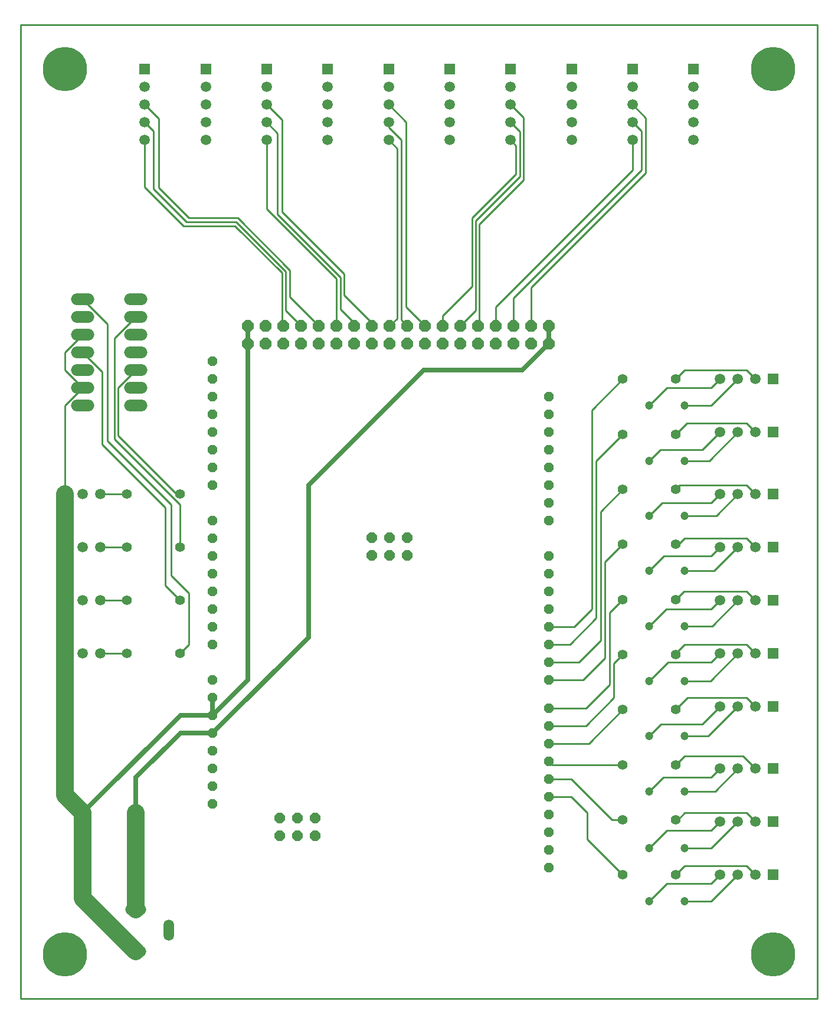
<source format=gtl>
G04 Layer_Physical_Order=1*
G04 Layer_Color=255*
%FSLAX25Y25*%
%MOIN*%
G70*
G01*
G75*
%ADD10C,0.01000*%
%ADD11C,0.02500*%
%ADD12C,0.10000*%
%ADD13C,0.00000*%
%ADD14C,0.05512*%
%ADD15C,0.04724*%
%ADD16R,0.04724X0.04724*%
%ADD17O,0.13200X0.06600*%
%ADD18P,0.07144X8X202.5*%
%ADD19P,0.06605X8X202.5*%
%ADD20P,0.06061X8X202.5*%
%ADD21C,0.25000*%
%ADD22R,0.05905X0.05905*%
%ADD23C,0.05905*%
%ADD24R,0.05905X0.05905*%
%ADD25O,0.05937X0.11874*%
%ADD26O,0.11874X0.05937*%
D10*
X320555Y470000D02*
X325500Y465056D01*
Y443000D02*
Y465056D01*
X253298Y370798D02*
X325500Y443000D01*
X320555Y480000D02*
X328000Y472555D01*
Y441500D02*
Y472555D01*
X263298Y376798D02*
X328000Y441500D01*
X60000Y214000D02*
X70000Y204000D01*
Y175000D02*
Y204000D01*
X65000Y170000D02*
X70000Y175000D01*
X21000Y288000D02*
X56500Y252500D01*
Y208500D02*
Y252500D01*
Y208500D02*
X65000Y200000D01*
X24000Y290000D02*
X60000Y254000D01*
Y214000D02*
Y254000D01*
X263298Y355100D02*
Y376798D01*
X234000Y412500D02*
X259000Y437500D01*
X234000Y355802D02*
Y412500D01*
X233298Y355100D02*
X234000Y355802D01*
X259000Y437500D02*
Y472667D01*
X254700Y440700D02*
Y456967D01*
X230000Y416000D02*
X254700Y440700D01*
X230000Y377500D02*
Y416000D01*
X251667Y480000D02*
X259000Y472667D01*
X251667Y470000D02*
X257000Y464667D01*
Y439500D02*
Y464667D01*
X231898Y414398D02*
X257000Y439500D01*
X157500Y372500D02*
Y384500D01*
X122500Y419500D02*
X157500Y384500D01*
X122500Y419500D02*
Y471389D01*
X120000Y418000D02*
X155500Y382500D01*
Y364500D02*
Y382500D01*
Y364500D02*
X163298Y356702D01*
X157500Y372500D02*
X173298Y356702D01*
X163298Y355100D02*
Y356702D01*
X120000Y418000D02*
Y463889D01*
X96000Y411500D02*
X122500Y385000D01*
Y355898D02*
Y385000D01*
Y355898D02*
X123298Y355100D01*
X97500Y416000D02*
X126996Y386504D01*
Y371402D02*
Y386504D01*
X124698Y363700D02*
Y385802D01*
X96600Y413900D02*
X124698Y385802D01*
X68600Y413900D02*
X96600D01*
X70000Y416000D02*
X97500D01*
X67000Y411500D02*
X96000D01*
X45000Y433500D02*
X67000Y411500D01*
X53000Y433000D02*
X70000Y416000D01*
X45000Y433500D02*
Y460000D01*
X53000Y433000D02*
Y472000D01*
X50000Y432500D02*
Y465000D01*
Y432500D02*
X68600Y413900D01*
X45000Y470000D02*
X50000Y465000D01*
X45000Y480000D02*
X53000Y472000D01*
X20000Y260000D02*
X35000D01*
X20000Y230000D02*
X35000D01*
X20000Y200000D02*
X35000D01*
X20000Y170000D02*
X35000D01*
X30000Y320000D02*
X40000Y330000D01*
X28000Y348000D02*
X40000Y360000D01*
X28000Y291000D02*
Y348000D01*
Y291000D02*
X65000Y254000D01*
Y230000D02*
Y254000D01*
X30000Y293000D02*
Y320000D01*
Y293000D02*
X63000Y260000D01*
X65000D01*
X10000Y340000D02*
X21000Y329000D01*
Y288000D02*
Y329000D01*
X24000Y290000D02*
Y356000D01*
X10000Y370000D02*
X24000Y356000D01*
X0Y260000D02*
Y310000D01*
X10000Y320000D01*
X0Y330000D02*
X10000Y320000D01*
X0Y330000D02*
Y340000D01*
X10000Y350000D01*
X385000Y330000D02*
X390000Y325000D01*
X350000Y330000D02*
X385000D01*
X345000Y325000D02*
X350000Y330000D01*
X345000Y293889D02*
X351111Y300000D01*
X385000D01*
X390000Y295000D01*
X345000Y262778D02*
X347222Y265000D01*
X385000D01*
X390000Y260000D01*
X345000Y231667D02*
X346667D01*
X350000Y235000D01*
X385000D01*
X390000Y230000D01*
X345000Y200555D02*
X349445Y205000D01*
X385000D01*
X390000Y200000D01*
X345000Y169444D02*
Y170000D01*
X350000Y175000D01*
X385000D01*
X390000Y170000D01*
X345000Y138333D02*
X351667Y145000D01*
X385000D01*
X390000Y140000D01*
X345000Y107222D02*
X350000Y112222D01*
X382778D01*
X390000Y105000D01*
X345000Y76111D02*
X346111D01*
X350000Y80000D01*
X385000D01*
X390000Y75000D01*
X345000Y45000D02*
X350000Y50000D01*
X385000D01*
X390000Y45000D01*
X350000Y30000D02*
X365000D01*
X380000Y45000D01*
X350000Y60000D02*
X365000D01*
X380000Y75000D01*
X350000Y92222D02*
X367222D01*
X380000Y105000D01*
X350000Y123333D02*
X363333D01*
X380000Y140000D01*
X350000Y154444D02*
X364444D01*
X380000Y170000D01*
X350000Y185556D02*
X365556D01*
X380000Y200000D01*
X350000Y216667D02*
X366667D01*
X380000Y230000D01*
X350000Y247778D02*
X367778D01*
X380000Y260000D01*
X350000Y278889D02*
X363889D01*
X380000Y295000D01*
X350000Y310000D02*
X365000D01*
X380000Y325000D01*
X330000Y310000D02*
X340000Y320000D01*
X365000D01*
X370000Y325000D01*
X330000Y278889D02*
X336111Y285000D01*
X360000D01*
X370000Y295000D01*
X330000Y247778D02*
X337222Y255000D01*
X365000D01*
X370000Y260000D01*
X330000Y216667D02*
X338333Y225000D01*
X365000D01*
X370000Y230000D01*
X330000Y185556D02*
X339444Y195000D01*
X365000D01*
X370000Y200000D01*
X330000Y154444D02*
X340556Y165000D01*
X365000D01*
X370000Y170000D01*
X330000Y123333D02*
X336667Y130000D01*
X360000D01*
X370000Y140000D01*
X330000Y92222D02*
X337778Y100000D01*
X365000D01*
X370000Y105000D01*
X330000Y60000D02*
X340000Y70000D01*
X365000D01*
X370000Y75000D01*
X330000Y30000D02*
X340000Y40000D01*
X365000D01*
X370000Y45000D01*
X295000Y65000D02*
X315000Y45000D01*
X295000Y65000D02*
Y80000D01*
X285900Y89100D02*
X295000Y80000D01*
X273298Y89100D02*
X285900D01*
X308889Y76111D02*
X315000D01*
X285900Y99100D02*
X308889Y76111D01*
X273298Y99100D02*
X285900D01*
X275176Y107222D02*
X315000D01*
X273298Y109100D02*
X275176Y107222D01*
X295767Y119100D02*
X315000Y138333D01*
X273298Y119100D02*
X295767D01*
X273298Y129100D02*
X294100D01*
X310000Y145000D01*
Y164444D01*
X315000Y169444D01*
X273298Y139100D02*
X294100D01*
X273298Y155100D02*
X273398Y155000D01*
X294100Y139100D02*
X307500Y152500D01*
Y193055D01*
X315000Y200555D01*
X305000Y221667D02*
X315000Y231667D01*
X273298Y165100D02*
X290100D01*
X273398Y155000D02*
X292500D01*
X305000Y167500D01*
Y221667D01*
X300000Y278889D02*
X315000Y293889D01*
X300000Y190000D02*
Y278889D01*
X285100Y175100D02*
X300000Y190000D01*
X273298Y175100D02*
X285100D01*
X290100Y165100D02*
X302500Y177500D01*
Y250278D01*
X315000Y262778D01*
X297500Y307500D02*
X315000Y325000D01*
X297500Y195000D02*
Y307500D01*
X287600Y185100D02*
X297500Y195000D01*
X273298Y185100D02*
X287600D01*
X124698Y363700D02*
X133298Y355100D01*
X126996Y371402D02*
X143298Y355100D01*
X113889Y421111D02*
Y460000D01*
Y421111D02*
X153298Y381702D01*
Y355100D02*
Y381702D01*
X113889Y470000D02*
X120000Y463889D01*
X113889Y480000D02*
X122500Y471389D01*
X182778Y467222D02*
Y470000D01*
Y480000D02*
X192500Y470278D01*
Y365898D02*
Y470278D01*
Y365898D02*
X203298Y355100D01*
X223298D02*
X231898Y363700D01*
Y414398D01*
X251667Y460000D02*
X254700Y456967D01*
X190000Y358398D02*
X193298Y355100D01*
X190000Y358398D02*
Y460000D01*
X182778Y467222D02*
X190000Y460000D01*
X183298Y355100D02*
X187500Y359302D01*
Y455278D01*
X182778Y460000D02*
X187500Y455278D01*
X213298Y355100D02*
Y360798D01*
X230000Y377500D01*
X173298Y355100D02*
Y356702D01*
X253298Y355100D02*
Y370798D01*
X243298Y355100D02*
Y365798D01*
X320555Y443055D01*
Y460000D01*
X-25000Y-24900D02*
X425000D01*
Y525000D01*
X-25000D02*
X425000D01*
X-25000Y-24900D02*
Y525000D01*
D11*
X10000Y80000D02*
X65100Y135100D01*
X83298D01*
Y145100D01*
X40000Y80000D02*
Y100000D01*
X65100Y125100D01*
X83298D01*
X137500Y179302D01*
Y265000D01*
X202500Y330000D01*
X258198D01*
X273298Y345100D01*
Y355100D01*
X83298Y135100D02*
X103298Y155100D01*
Y345100D01*
Y355100D01*
D12*
X0Y230000D02*
Y260000D01*
Y200000D02*
Y230000D01*
Y170000D02*
Y200000D01*
Y90000D02*
Y170000D01*
Y90000D02*
X10000Y80000D01*
Y31969D02*
X40000Y1969D01*
X10000Y31969D02*
Y80000D01*
X40000Y25591D02*
Y80000D01*
D13*
X56535Y10630D02*
Y16929D01*
Y10630D02*
X60472D01*
Y16929D01*
X56535D02*
X60472D01*
X36850Y0D02*
X43150D01*
Y3937D01*
X36850D02*
X43150D01*
X36850Y0D02*
Y3937D01*
Y23622D02*
X43150D01*
Y27559D01*
X36850D02*
X43150D01*
X36850Y23622D02*
Y27559D01*
D14*
X65000Y260000D02*
D03*
X35000D02*
D03*
X65000Y200000D02*
D03*
X35000D02*
D03*
X65000Y170000D02*
D03*
X35000D02*
D03*
X65000Y230000D02*
D03*
X35000D02*
D03*
X315000Y325000D02*
D03*
X345000D02*
D03*
X315000Y293889D02*
D03*
X345000D02*
D03*
X315000Y262778D02*
D03*
X345000D02*
D03*
X315000Y231667D02*
D03*
X345000D02*
D03*
X315000Y200555D02*
D03*
X345000D02*
D03*
X315000Y169444D02*
D03*
X345000D02*
D03*
X315000Y138333D02*
D03*
X345000D02*
D03*
X315000Y107222D02*
D03*
X345000D02*
D03*
X315000Y76111D02*
D03*
X345000D02*
D03*
X315000Y45000D02*
D03*
X345000D02*
D03*
D15*
X10000Y80000D02*
D03*
X350000Y310000D02*
D03*
X330000D02*
D03*
X350000Y278889D02*
D03*
X330000D02*
D03*
X350000Y247778D02*
D03*
X330000D02*
D03*
X350000Y216667D02*
D03*
X330000D02*
D03*
X350000Y185556D02*
D03*
X330000D02*
D03*
X350000Y154444D02*
D03*
X330000D02*
D03*
X350000Y123333D02*
D03*
X330000D02*
D03*
X350000Y92222D02*
D03*
X330000D02*
D03*
X350000Y60000D02*
D03*
X330000D02*
D03*
X350000Y30000D02*
D03*
X330000D02*
D03*
D16*
X40000Y80000D02*
D03*
D17*
X10000Y310000D02*
D03*
Y320000D02*
D03*
Y330000D02*
D03*
Y340000D02*
D03*
Y350000D02*
D03*
Y360000D02*
D03*
Y370000D02*
D03*
X40000Y310000D02*
D03*
Y370000D02*
D03*
Y360000D02*
D03*
Y350000D02*
D03*
Y340000D02*
D03*
Y330000D02*
D03*
Y320000D02*
D03*
D18*
X103298Y355100D02*
D03*
Y345100D02*
D03*
X113298Y355100D02*
D03*
Y345100D02*
D03*
X123298Y355100D02*
D03*
Y345100D02*
D03*
X133298Y355100D02*
D03*
Y345100D02*
D03*
X143298Y355100D02*
D03*
Y345100D02*
D03*
X153298Y355100D02*
D03*
Y345100D02*
D03*
X163298Y355100D02*
D03*
Y345100D02*
D03*
X173298Y355100D02*
D03*
Y345100D02*
D03*
X183298Y355100D02*
D03*
Y345100D02*
D03*
X193298Y355100D02*
D03*
Y345100D02*
D03*
X203298Y355100D02*
D03*
Y345100D02*
D03*
X213298Y355100D02*
D03*
Y345100D02*
D03*
X223298Y355100D02*
D03*
Y345100D02*
D03*
X233298Y355100D02*
D03*
Y345100D02*
D03*
X243298Y355100D02*
D03*
Y345100D02*
D03*
X253298Y355100D02*
D03*
Y345100D02*
D03*
X263298Y355100D02*
D03*
Y345100D02*
D03*
X273298Y355100D02*
D03*
Y345100D02*
D03*
D19*
X173298Y235600D02*
D03*
Y225600D02*
D03*
X183298Y235600D02*
D03*
Y225600D02*
D03*
X193298Y235600D02*
D03*
Y225600D02*
D03*
X141298Y67300D02*
D03*
Y77300D02*
D03*
X131298Y67300D02*
D03*
Y77300D02*
D03*
X121298Y67300D02*
D03*
Y77300D02*
D03*
D20*
X273298Y49100D02*
D03*
Y59100D02*
D03*
Y69100D02*
D03*
Y79100D02*
D03*
Y89100D02*
D03*
Y99100D02*
D03*
Y109100D02*
D03*
Y119100D02*
D03*
Y129100D02*
D03*
Y139100D02*
D03*
Y155100D02*
D03*
Y165100D02*
D03*
Y175100D02*
D03*
Y185100D02*
D03*
Y195100D02*
D03*
Y205100D02*
D03*
Y215100D02*
D03*
Y225100D02*
D03*
Y315100D02*
D03*
Y305100D02*
D03*
Y295100D02*
D03*
Y285100D02*
D03*
Y275100D02*
D03*
Y265100D02*
D03*
Y255100D02*
D03*
Y245100D02*
D03*
X83298Y155100D02*
D03*
Y145100D02*
D03*
Y135100D02*
D03*
Y125100D02*
D03*
Y115100D02*
D03*
Y105100D02*
D03*
Y95100D02*
D03*
Y85100D02*
D03*
Y245100D02*
D03*
Y235100D02*
D03*
Y225100D02*
D03*
Y215100D02*
D03*
Y205100D02*
D03*
Y195100D02*
D03*
Y185100D02*
D03*
Y175100D02*
D03*
Y335100D02*
D03*
Y325100D02*
D03*
Y315100D02*
D03*
Y305100D02*
D03*
Y295100D02*
D03*
Y285100D02*
D03*
Y275100D02*
D03*
Y265100D02*
D03*
D21*
X400000Y0D02*
D03*
X0D02*
D03*
Y500000D02*
D03*
X400000D02*
D03*
D22*
Y325000D02*
D03*
Y295000D02*
D03*
Y260000D02*
D03*
Y230000D02*
D03*
Y200000D02*
D03*
Y170000D02*
D03*
Y140000D02*
D03*
Y105000D02*
D03*
Y75000D02*
D03*
Y45000D02*
D03*
X0Y260000D02*
D03*
Y230000D02*
D03*
Y200000D02*
D03*
Y170000D02*
D03*
D23*
X390000Y325000D02*
D03*
X380000D02*
D03*
X370000D02*
D03*
X390000Y295000D02*
D03*
X380000D02*
D03*
X370000D02*
D03*
X390000Y260000D02*
D03*
X380000D02*
D03*
X370000D02*
D03*
X390000Y230000D02*
D03*
X380000D02*
D03*
X370000D02*
D03*
X390000Y200000D02*
D03*
X380000D02*
D03*
X370000D02*
D03*
X390000Y170000D02*
D03*
X380000D02*
D03*
X370000D02*
D03*
X390000Y140000D02*
D03*
X380000D02*
D03*
X370000D02*
D03*
X390000Y105000D02*
D03*
X380000D02*
D03*
X370000D02*
D03*
X390000Y75000D02*
D03*
X380000D02*
D03*
X370000D02*
D03*
X390000Y45000D02*
D03*
X380000D02*
D03*
X370000D02*
D03*
X45000Y490000D02*
D03*
Y480000D02*
D03*
Y470000D02*
D03*
Y460000D02*
D03*
X79444Y490000D02*
D03*
Y480000D02*
D03*
Y470000D02*
D03*
Y460000D02*
D03*
X113889Y490000D02*
D03*
Y480000D02*
D03*
Y470000D02*
D03*
Y460000D02*
D03*
X148333Y490000D02*
D03*
Y480000D02*
D03*
Y470000D02*
D03*
Y460000D02*
D03*
X182778Y490000D02*
D03*
Y480000D02*
D03*
Y470000D02*
D03*
Y460000D02*
D03*
X217222Y490000D02*
D03*
Y480000D02*
D03*
Y470000D02*
D03*
Y460000D02*
D03*
X251667Y490000D02*
D03*
Y480000D02*
D03*
Y470000D02*
D03*
Y460000D02*
D03*
X286111Y490000D02*
D03*
Y480000D02*
D03*
Y470000D02*
D03*
Y460000D02*
D03*
X320555Y490000D02*
D03*
Y480000D02*
D03*
Y470000D02*
D03*
Y460000D02*
D03*
X355000Y490000D02*
D03*
Y480000D02*
D03*
Y470000D02*
D03*
Y460000D02*
D03*
X20000Y260000D02*
D03*
X10000D02*
D03*
X20000Y230000D02*
D03*
X10000D02*
D03*
X20000Y200000D02*
D03*
X10000D02*
D03*
X20000Y170000D02*
D03*
X10000D02*
D03*
D24*
X45000Y500000D02*
D03*
X79444D02*
D03*
X113889D02*
D03*
X148333D02*
D03*
X182778D02*
D03*
X217222D02*
D03*
X251667D02*
D03*
X286111D02*
D03*
X320555D02*
D03*
X355000D02*
D03*
D25*
X58504Y13780D02*
D03*
D26*
X40000Y1969D02*
D03*
Y25591D02*
D03*
M02*

</source>
